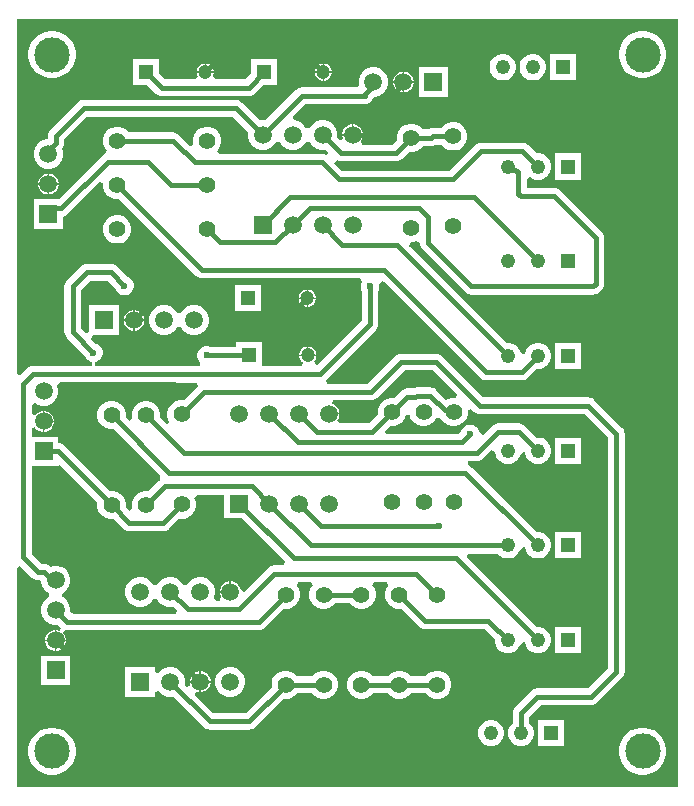
<source format=gbl>
G04*
G04 #@! TF.GenerationSoftware,Altium Limited,Altium Designer,23.0.1 (38)*
G04*
G04 Layer_Physical_Order=2*
G04 Layer_Color=16711680*
%FSLAX25Y25*%
%MOIN*%
G70*
G04*
G04 #@! TF.SameCoordinates,7B218C2A-F859-486B-BE56-2060E057D8DB*
G04*
G04*
G04 #@! TF.FilePolarity,Positive*
G04*
G01*
G75*
%ADD22R,0.04724X0.04724*%
%ADD23C,0.04724*%
%ADD26C,0.01575*%
%ADD27R,0.05906X0.05906*%
%ADD28C,0.05906*%
%ADD29R,0.04795X0.04795*%
%ADD30C,0.04795*%
%ADD31C,0.11811*%
%ADD32C,0.05512*%
%ADD33R,0.05906X0.05906*%
%ADD34C,0.02362*%
G36*
X222441Y1969D02*
X1969D01*
Y75065D01*
X3150Y75554D01*
X7137Y71567D01*
X7712Y71125D01*
X8383Y70847D01*
X9102Y70753D01*
X9944D01*
X10079Y70618D01*
Y70152D01*
X10414Y68901D01*
X11062Y67778D01*
X11978Y66862D01*
X12694Y66449D01*
X12716Y66390D01*
Y65210D01*
X12694Y65151D01*
X11978Y64738D01*
X11062Y63822D01*
X10414Y62700D01*
X10079Y61448D01*
Y60152D01*
X10414Y58900D01*
X11062Y57778D01*
X11978Y56862D01*
X13101Y56214D01*
X14352Y55879D01*
X15648D01*
X15918Y55951D01*
X16885Y54984D01*
X16333Y54017D01*
X15455Y54253D01*
X15250D01*
Y51050D01*
X18453D01*
Y51255D01*
X18217Y52133D01*
X17763Y52920D01*
X17390Y53293D01*
X18059Y54295D01*
X18131Y54265D01*
X18850Y54170D01*
X82654D01*
X83373Y54265D01*
X84043Y54542D01*
X84619Y54984D01*
X90932Y61297D01*
X91067Y61261D01*
X92311D01*
X93512Y61583D01*
X94590Y62204D01*
X95469Y63084D01*
X96091Y64161D01*
X96413Y65363D01*
Y66607D01*
X96091Y67809D01*
X95469Y68886D01*
X95316Y69039D01*
X95805Y70220D01*
X100198D01*
X100687Y69039D01*
X100533Y68886D01*
X99912Y67809D01*
X99590Y66607D01*
Y65363D01*
X99912Y64161D01*
X100533Y63084D01*
X101413Y62204D01*
X102490Y61583D01*
X103692Y61261D01*
X104936D01*
X106138Y61583D01*
X107215Y62204D01*
X108095Y63084D01*
X108164Y63205D01*
X113089D01*
X113159Y63084D01*
X114038Y62204D01*
X115115Y61583D01*
X116317Y61261D01*
X117561D01*
X118763Y61583D01*
X119840Y62204D01*
X120720Y63084D01*
X121341Y64161D01*
X121663Y65363D01*
Y66607D01*
X121341Y67809D01*
X120720Y68886D01*
X120566Y69039D01*
X121055Y70220D01*
X125448D01*
X125937Y69039D01*
X125784Y68886D01*
X125162Y67809D01*
X124840Y66607D01*
Y65363D01*
X125162Y64161D01*
X125784Y63084D01*
X126663Y62204D01*
X127741Y61583D01*
X128942Y61261D01*
X130186D01*
X130321Y61297D01*
X136184Y55435D01*
X136759Y54993D01*
X137430Y54715D01*
X138149Y54620D01*
X158072D01*
X161386Y51306D01*
Y50297D01*
X161683Y49186D01*
X162258Y48191D01*
X163071Y47378D01*
X164067Y46803D01*
X165177Y46505D01*
X166327D01*
X167437Y46803D01*
X168433Y47378D01*
X169246Y48191D01*
X169821Y49186D01*
X169965Y49725D01*
X171114Y50345D01*
X171181Y50348D01*
X171299Y50330D01*
X171421Y50165D01*
X171683Y49186D01*
X172258Y48191D01*
X173071Y47378D01*
X174067Y46803D01*
X175177Y46505D01*
X176327D01*
X177437Y46803D01*
X178433Y47378D01*
X179246Y48191D01*
X179821Y49186D01*
X180118Y50297D01*
Y51446D01*
X179821Y52557D01*
X179246Y53552D01*
X178433Y54365D01*
X177437Y54940D01*
X176327Y55238D01*
X175317D01*
X151982Y78572D01*
X152434Y79663D01*
X162357D01*
X163071Y78949D01*
X164067Y78374D01*
X165177Y78077D01*
X166327D01*
X167437Y78374D01*
X168433Y78949D01*
X169246Y79762D01*
X169821Y80758D01*
X169965Y81297D01*
X171114Y81916D01*
X171181Y81920D01*
X171299Y81902D01*
X171421Y81737D01*
X171683Y80758D01*
X172258Y79762D01*
X173071Y78949D01*
X174067Y78374D01*
X175177Y78077D01*
X176327D01*
X177437Y78374D01*
X178433Y78949D01*
X179246Y79762D01*
X179821Y80758D01*
X180118Y81868D01*
Y83018D01*
X179821Y84128D01*
X179246Y85124D01*
X178433Y85937D01*
X177437Y86512D01*
X176327Y86809D01*
X175317D01*
X153560Y108565D01*
X152985Y109007D01*
X152314Y109285D01*
X152507Y110433D01*
X155313D01*
X156033Y110528D01*
X156703Y110806D01*
X157279Y111248D01*
X160205Y114174D01*
X161386Y113684D01*
Y113440D01*
X161683Y112329D01*
X162258Y111334D01*
X163071Y110521D01*
X164067Y109946D01*
X165177Y109648D01*
X166327D01*
X167437Y109946D01*
X168433Y110521D01*
X169246Y111334D01*
X169821Y112329D01*
X169965Y112868D01*
X171114Y113488D01*
X171181Y113491D01*
X171299Y113473D01*
X171421Y113308D01*
X171683Y112329D01*
X172258Y111334D01*
X173071Y110521D01*
X174067Y109946D01*
X175177Y109648D01*
X176327D01*
X177437Y109946D01*
X178433Y110521D01*
X179246Y111334D01*
X179821Y112329D01*
X180118Y113440D01*
Y114589D01*
X179821Y115700D01*
X179246Y116695D01*
X178433Y117508D01*
X177437Y118083D01*
X176327Y118380D01*
X175317D01*
X171432Y122266D01*
X170856Y122707D01*
X170186Y122985D01*
X169466Y123080D01*
X162400D01*
X161681Y122985D01*
X161010Y122707D01*
X160434Y122266D01*
X157531Y119362D01*
X156350Y119851D01*
Y119915D01*
X156135Y120716D01*
X155720Y121434D01*
X155134Y122020D01*
X154416Y122435D01*
X153615Y122650D01*
X152785D01*
X151984Y122435D01*
X151266Y122020D01*
X150680Y121434D01*
X150265Y120716D01*
X150185Y120416D01*
X149305Y119536D01*
X125268D01*
X124816Y120627D01*
X126369Y122180D01*
X126504Y122144D01*
X127748D01*
X128949Y122466D01*
X130027Y123088D01*
X130906Y123968D01*
X131528Y125045D01*
X131765Y125926D01*
X132987D01*
X133224Y125045D01*
X133845Y123968D01*
X134725Y123088D01*
X135802Y122466D01*
X137004Y122144D01*
X138248D01*
X139450Y122466D01*
X140527Y123088D01*
X141407Y123968D01*
X141893Y124810D01*
X141931Y124850D01*
X142448Y125045D01*
X143103D01*
X143242Y125012D01*
X143845Y123968D01*
X144725Y123088D01*
X145802Y122466D01*
X147004Y122144D01*
X148248D01*
X149450Y122466D01*
X150527Y123088D01*
X151407Y123968D01*
X152028Y125045D01*
X152350Y126247D01*
Y127448D01*
X152452Y127543D01*
X153425Y128044D01*
X154435Y127034D01*
X155010Y126593D01*
X155681Y126315D01*
X156400Y126220D01*
X191449D01*
X199120Y118549D01*
Y41551D01*
X192349Y34780D01*
X175600D01*
X174881Y34685D01*
X174210Y34407D01*
X173635Y33966D01*
X168153Y28484D01*
X167711Y27908D01*
X167433Y27238D01*
X167339Y26518D01*
Y23270D01*
X166624Y22556D01*
X166050Y21560D01*
X165752Y20450D01*
Y19300D01*
X166050Y18190D01*
X166624Y17194D01*
X167437Y16381D01*
X168433Y15806D01*
X169543Y15509D01*
X170693D01*
X171803Y15806D01*
X172799Y16381D01*
X173612Y17194D01*
X174187Y18190D01*
X174484Y19300D01*
Y20450D01*
X174187Y21560D01*
X173612Y22556D01*
X172898Y23270D01*
Y25367D01*
X176751Y29220D01*
X193500D01*
X194219Y29315D01*
X194890Y29593D01*
X195466Y30035D01*
X203866Y38434D01*
X204307Y39010D01*
X204585Y39681D01*
X204680Y40400D01*
Y119700D01*
X204585Y120419D01*
X204307Y121090D01*
X203866Y121666D01*
X194565Y130965D01*
X193990Y131407D01*
X193319Y131685D01*
X192600Y131780D01*
X157551D01*
X143765Y145565D01*
X143190Y146007D01*
X142519Y146285D01*
X141800Y146380D01*
X130200D01*
X129481Y146285D01*
X128810Y146007D01*
X128235Y145565D01*
X119049Y136380D01*
X105401D01*
X104995Y137456D01*
X104992Y137561D01*
X121765Y154334D01*
X122207Y154910D01*
X122485Y155581D01*
X122580Y156300D01*
Y167315D01*
X122735Y167584D01*
X122950Y168385D01*
Y169215D01*
X122940Y169249D01*
X123670Y170521D01*
X123762Y170572D01*
X124139Y170630D01*
X156334Y138435D01*
X156910Y137993D01*
X157581Y137715D01*
X158300Y137620D01*
X170566D01*
X171286Y137715D01*
X171956Y137993D01*
X172532Y138435D01*
X175317Y141220D01*
X176327D01*
X177437Y141517D01*
X178433Y142092D01*
X179246Y142905D01*
X179821Y143901D01*
X180118Y145011D01*
Y146161D01*
X179821Y147271D01*
X179246Y148267D01*
X178433Y149080D01*
X177437Y149654D01*
X176327Y149952D01*
X175177D01*
X174067Y149654D01*
X173071Y149080D01*
X172258Y148267D01*
X171683Y147271D01*
X171421Y146292D01*
X171299Y146127D01*
X171181Y146109D01*
X171114Y146112D01*
X169965Y146732D01*
X169821Y147271D01*
X169246Y148267D01*
X168433Y149080D01*
X167437Y149654D01*
X166327Y149952D01*
X165317D01*
X132872Y182397D01*
X133364Y183576D01*
X134122D01*
X135139Y183848D01*
X135853Y183517D01*
X136344Y183123D01*
X136415Y182581D01*
X136693Y181910D01*
X137135Y181334D01*
X151635Y166834D01*
X152210Y166393D01*
X152881Y166115D01*
X153600Y166020D01*
X194078D01*
X194797Y166115D01*
X195467Y166393D01*
X196043Y166834D01*
X196966Y167757D01*
X197407Y168333D01*
X197685Y169003D01*
X197780Y169722D01*
Y184800D01*
X197685Y185519D01*
X197407Y186190D01*
X196966Y186766D01*
X182966Y200765D01*
X182390Y201207D01*
X181719Y201485D01*
X181000Y201580D01*
X171982D01*
Y204653D01*
X172773Y205076D01*
X173163Y205182D01*
X174067Y204660D01*
X175177Y204363D01*
X176327D01*
X177437Y204660D01*
X178433Y205235D01*
X179246Y206048D01*
X179821Y207043D01*
X180118Y208154D01*
Y209303D01*
X179821Y210414D01*
X179246Y211409D01*
X178433Y212222D01*
X177437Y212797D01*
X176327Y213095D01*
X175317D01*
X172546Y215865D01*
X171970Y216307D01*
X171300Y216585D01*
X170581Y216680D01*
X156800D01*
X156081Y216585D01*
X155410Y216307D01*
X154834Y215865D01*
X146249Y207280D01*
X110551D01*
X107923Y209908D01*
X108704Y210798D01*
X108710Y210793D01*
X109381Y210515D01*
X110100Y210420D01*
X128400D01*
X129119Y210515D01*
X129790Y210793D01*
X130366Y211234D01*
X132743Y213612D01*
X132878Y213576D01*
X134122D01*
X135324Y213898D01*
X136401Y214520D01*
X137280Y215399D01*
X137350Y215520D01*
X140200D01*
X140919Y215615D01*
X141590Y215893D01*
X141756Y216020D01*
X143650D01*
X143719Y215899D01*
X144599Y215019D01*
X145676Y214398D01*
X146878Y214076D01*
X148122D01*
X149324Y214398D01*
X150401Y215019D01*
X151280Y215899D01*
X151902Y216976D01*
X152224Y218178D01*
Y219422D01*
X151902Y220623D01*
X151280Y221701D01*
X150401Y222581D01*
X149324Y223202D01*
X148122Y223524D01*
X146878D01*
X145676Y223202D01*
X144599Y222581D01*
X143719Y221701D01*
X143650Y221580D01*
X140700D01*
X139981Y221485D01*
X139310Y221207D01*
X139144Y221080D01*
X137350D01*
X137280Y221201D01*
X136401Y222080D01*
X135324Y222702D01*
X134122Y223024D01*
X132878D01*
X131676Y222702D01*
X130599Y222080D01*
X129719Y221201D01*
X129098Y220124D01*
X128776Y218922D01*
Y217678D01*
X128812Y217543D01*
X127249Y215980D01*
X117233D01*
X116744Y217161D01*
X116763Y217180D01*
X117218Y217967D01*
X117453Y218845D01*
Y219050D01*
X114000D01*
X110547D01*
Y218845D01*
X110727Y218174D01*
X110268Y217728D01*
X109745Y217486D01*
X108849Y218382D01*
X108921Y218652D01*
Y219948D01*
X108586Y221199D01*
X107938Y222322D01*
X107022Y223238D01*
X105900Y223886D01*
X104648Y224221D01*
X103352D01*
X102101Y223886D01*
X100978Y223238D01*
X100062Y222322D01*
X99649Y221606D01*
X99590Y221584D01*
X98410D01*
X98351Y221606D01*
X97938Y222322D01*
X97022Y223238D01*
X95899Y223886D01*
X94648Y224221D01*
X94523D01*
X94033Y225402D01*
X98155Y229524D01*
X118004D01*
X118723Y229619D01*
X119394Y229897D01*
X119969Y230339D01*
X120411Y230914D01*
X120689Y231585D01*
X120689Y231586D01*
X121082Y231979D01*
X121548D01*
X122800Y232314D01*
X123922Y232962D01*
X124838Y233878D01*
X125486Y235000D01*
X125821Y236252D01*
Y237548D01*
X125486Y238800D01*
X124838Y239922D01*
X123922Y240838D01*
X122800Y241486D01*
X121548Y241821D01*
X120252D01*
X119000Y241486D01*
X117878Y240838D01*
X116962Y239922D01*
X116314Y238800D01*
X115979Y237548D01*
Y236252D01*
X116041Y236021D01*
X115322Y235084D01*
X97004D01*
X96285Y234989D01*
X95614Y234711D01*
X95038Y234269D01*
X84918Y224149D01*
X84648Y224221D01*
X83352D01*
X83082Y224149D01*
X77166Y230065D01*
X76590Y230507D01*
X75919Y230785D01*
X75200Y230880D01*
X24300D01*
X23581Y230785D01*
X22910Y230507D01*
X22334Y230065D01*
X13200Y220931D01*
X12758Y220355D01*
X12480Y219685D01*
X12385Y218965D01*
Y217821D01*
X11952D01*
X10701Y217486D01*
X9578Y216838D01*
X8662Y215922D01*
X8014Y214799D01*
X7679Y213548D01*
Y212252D01*
X8014Y211000D01*
X8662Y209878D01*
X9578Y208962D01*
X10701Y208314D01*
X11952Y207979D01*
X13248D01*
X14500Y208314D01*
X15622Y208962D01*
X16538Y209878D01*
X17186Y211000D01*
X17521Y212252D01*
Y213548D01*
X17197Y214758D01*
X17572Y215247D01*
X17850Y215917D01*
X17945Y216637D01*
Y217814D01*
X25451Y225320D01*
X74049D01*
X79151Y220218D01*
X79079Y219948D01*
Y218652D01*
X79414Y217401D01*
X80062Y216278D01*
X80978Y215362D01*
X82100Y214714D01*
X83352Y214379D01*
X84648D01*
X85900Y214714D01*
X87022Y215362D01*
X87938Y216278D01*
X88351Y216993D01*
X88410Y217016D01*
X89590D01*
X89649Y216993D01*
X90062Y216278D01*
X90978Y215362D01*
X92101Y214714D01*
X93352Y214379D01*
X94648D01*
X95899Y214714D01*
X97022Y215362D01*
X97938Y216278D01*
X98351Y216993D01*
X98410Y217016D01*
X99590D01*
X99649Y216993D01*
X100062Y216278D01*
X100978Y215362D01*
X102101Y214714D01*
X103352Y214379D01*
X104648D01*
X104918Y214451D01*
X105977Y213392D01*
X105196Y212502D01*
X105190Y212507D01*
X104519Y212785D01*
X103800Y212880D01*
X69431D01*
X68942Y214061D01*
X69280Y214399D01*
X69902Y215476D01*
X70224Y216678D01*
Y217922D01*
X69902Y219124D01*
X69280Y220201D01*
X68401Y221080D01*
X67324Y221702D01*
X66122Y222024D01*
X64878D01*
X63676Y221702D01*
X62599Y221080D01*
X61720Y220201D01*
X61098Y219124D01*
X60776Y217922D01*
Y216678D01*
X60941Y216060D01*
X59882Y215449D01*
X56065Y219266D01*
X55490Y219707D01*
X54819Y219985D01*
X54100Y220080D01*
X39350D01*
X39281Y220201D01*
X38401Y221080D01*
X37324Y221702D01*
X36122Y222024D01*
X34878D01*
X33676Y221702D01*
X32599Y221080D01*
X31719Y220201D01*
X31098Y219124D01*
X30776Y217922D01*
Y216678D01*
X31098Y215476D01*
X31719Y214399D01*
X31989Y214130D01*
X31581Y212885D01*
X30910Y212607D01*
X30334Y212165D01*
X15990Y197821D01*
X7679D01*
Y187979D01*
X17521D01*
Y192057D01*
X17568Y192063D01*
X18238Y192341D01*
X18814Y192783D01*
X29681Y203650D01*
X30538Y203276D01*
X30776Y203074D01*
Y201928D01*
X31098Y200726D01*
X31719Y199649D01*
X32599Y198769D01*
X33676Y198148D01*
X34878Y197826D01*
X36122D01*
X36257Y197862D01*
X61884Y172234D01*
X62460Y171793D01*
X63131Y171515D01*
X63850Y171420D01*
X116382D01*
X116994Y170239D01*
X116865Y170016D01*
X116650Y169215D01*
Y168385D01*
X116865Y167584D01*
X117020Y167315D01*
Y157451D01*
X102160Y142591D01*
X101627Y142677D01*
X101219Y143940D01*
X101322Y144043D01*
X101699Y144695D01*
X101894Y145423D01*
Y145550D01*
X96169D01*
Y145423D01*
X96364Y144695D01*
X96741Y144043D01*
X97274Y143510D01*
X97359Y143461D01*
X97042Y142280D01*
X83677D01*
Y150131D01*
X75016D01*
Y148580D01*
X66839D01*
X66570Y148735D01*
X65769Y148950D01*
X64940D01*
X64139Y148735D01*
X63420Y148320D01*
X62834Y147734D01*
X62419Y147016D01*
X62205Y146215D01*
Y145385D01*
X62419Y144584D01*
X62834Y143866D01*
X63239Y143461D01*
X63078Y142717D01*
X62812Y142280D01*
X56067D01*
X56033Y142294D01*
X55313Y142388D01*
X28061D01*
X28015Y143550D01*
X28318Y143632D01*
X28816Y143765D01*
X29534Y144180D01*
X30120Y144766D01*
X30535Y145484D01*
X30750Y146285D01*
Y147115D01*
X30535Y147916D01*
X30120Y148634D01*
X29534Y149220D01*
X28816Y149635D01*
X28516Y149715D01*
X26833Y151399D01*
X27322Y152579D01*
X36039D01*
Y162422D01*
X26197D01*
Y153704D01*
X25016Y153215D01*
X23480Y154751D01*
Y167649D01*
X26551Y170720D01*
X32249D01*
X34885Y168084D01*
X34965Y167784D01*
X35380Y167066D01*
X35966Y166480D01*
X36684Y166065D01*
X37485Y165850D01*
X38315D01*
X39116Y166065D01*
X39834Y166480D01*
X40420Y167066D01*
X40835Y167784D01*
X41050Y168585D01*
Y169415D01*
X40835Y170216D01*
X40420Y170934D01*
X39834Y171520D01*
X39116Y171935D01*
X38816Y172015D01*
X35366Y175466D01*
X34790Y175907D01*
X34119Y176185D01*
X33400Y176280D01*
X25400D01*
X24681Y176185D01*
X24010Y175907D01*
X23435Y175466D01*
X18734Y170765D01*
X18293Y170190D01*
X18015Y169519D01*
X17920Y168800D01*
Y153600D01*
X18015Y152881D01*
X18293Y152210D01*
X18734Y151635D01*
X24585Y145784D01*
X24665Y145484D01*
X25080Y144766D01*
X25666Y144180D01*
X26384Y143765D01*
X26882Y143632D01*
X27185Y143550D01*
X27139Y142388D01*
X7735D01*
X7016Y142294D01*
X6788Y142199D01*
X6681Y142185D01*
X6010Y141907D01*
X5435Y141465D01*
X3150Y139181D01*
X1969Y139670D01*
Y257874D01*
X222441D01*
Y1969D01*
D02*
G37*
G36*
X148802Y132668D02*
X148301Y131695D01*
X148206Y131593D01*
X147004D01*
X145802Y131271D01*
X145262Y130959D01*
X141875Y134346D01*
X141299Y134788D01*
X140629Y135065D01*
X139909Y135160D01*
X135343D01*
X134624Y135065D01*
X133953Y134788D01*
X133886Y134736D01*
X132214D01*
X131495Y134642D01*
X130824Y134364D01*
X130249Y133922D01*
X127883Y131557D01*
X127748Y131593D01*
X126504D01*
X125302Y131271D01*
X124225Y130649D01*
X123345Y129770D01*
X122724Y128692D01*
X122402Y127491D01*
Y126247D01*
X122438Y126111D01*
X119406Y123080D01*
X109396D01*
X108889Y124243D01*
X109344Y125030D01*
X109579Y125908D01*
Y126113D01*
X106126D01*
Y126613D01*
X109579D01*
Y126818D01*
X109344Y127696D01*
X108889Y128483D01*
X108246Y129126D01*
X107459Y129580D01*
X107239Y129639D01*
X107395Y130820D01*
X120200D01*
X120919Y130915D01*
X121590Y131193D01*
X122166Y131634D01*
X131351Y140820D01*
X140649D01*
X148802Y132668D01*
D02*
G37*
G36*
X54703Y136815D02*
X55422Y136720D01*
X62099D01*
X62505Y135644D01*
X62508Y135539D01*
X57757Y130788D01*
X57622Y130824D01*
X56378D01*
X55176Y130502D01*
X54099Y129880D01*
X53219Y129001D01*
X52597Y127924D01*
X52276Y126722D01*
Y125478D01*
X52597Y124276D01*
X52985Y123606D01*
X52040Y122880D01*
X49814Y125106D01*
X49850Y125241D01*
Y126485D01*
X49528Y127687D01*
X48906Y128764D01*
X48027Y129643D01*
X46949Y130265D01*
X45748Y130587D01*
X44504D01*
X43302Y130265D01*
X42225Y129643D01*
X41346Y128764D01*
X40724Y127687D01*
X40402Y126485D01*
Y125241D01*
X40604Y124487D01*
X39545Y123875D01*
X38314Y125106D01*
X38350Y125241D01*
Y126485D01*
X38028Y127687D01*
X37407Y128764D01*
X36527Y129643D01*
X35449Y130265D01*
X34248Y130587D01*
X33004D01*
X31802Y130265D01*
X30725Y129643D01*
X29845Y128764D01*
X29224Y127687D01*
X28902Y126485D01*
Y125241D01*
X29224Y124039D01*
X29845Y122962D01*
X30725Y122082D01*
X31802Y121461D01*
X33004Y121139D01*
X34248D01*
X34383Y121175D01*
X49831Y105727D01*
X49874Y105356D01*
X49638Y104250D01*
X49398Y104066D01*
X45883Y100551D01*
X45748Y100587D01*
X44504D01*
X43302Y100265D01*
X42225Y99643D01*
X41346Y98764D01*
X40724Y97686D01*
X40402Y96485D01*
Y95241D01*
X40604Y94487D01*
X39545Y93875D01*
X38314Y95106D01*
X38350Y95241D01*
Y96485D01*
X38028Y97686D01*
X37407Y98764D01*
X36527Y99643D01*
X35449Y100265D01*
X34248Y100587D01*
X33004D01*
X32869Y100551D01*
X17654Y115766D01*
X17079Y116207D01*
X16408Y116485D01*
X15921Y116549D01*
Y118721D01*
X6980D01*
Y121496D01*
X8161Y121812D01*
X8237Y121680D01*
X8880Y121037D01*
X9667Y120582D01*
X10545Y120347D01*
X10750D01*
Y123800D01*
Y127253D01*
X10545D01*
X9667Y127017D01*
X8880Y126563D01*
X8237Y125920D01*
X8161Y125788D01*
X6980Y126104D01*
Y129190D01*
X7502Y129541D01*
X8161Y129757D01*
X9100Y129214D01*
X10352Y128879D01*
X11648D01*
X12900Y129214D01*
X14022Y129862D01*
X14938Y130778D01*
X15586Y131901D01*
X15921Y133152D01*
Y134448D01*
X15600Y135648D01*
X15589Y135704D01*
X16298Y136829D01*
X54669D01*
X54703Y136815D01*
D02*
G37*
G36*
X28938Y96620D02*
X28902Y96485D01*
Y95241D01*
X29224Y94039D01*
X29845Y92962D01*
X30725Y92083D01*
X31802Y91461D01*
X33004Y91139D01*
X34248D01*
X34383Y91175D01*
X37523Y88034D01*
X38099Y87593D01*
X38770Y87315D01*
X39489Y87220D01*
X50900D01*
X51619Y87315D01*
X52290Y87593D01*
X52865Y88034D01*
X56243Y91412D01*
X56378Y91376D01*
X57622D01*
X58824Y91698D01*
X59901Y92320D01*
X60780Y93199D01*
X61402Y94276D01*
X61724Y95478D01*
Y96722D01*
X61402Y97923D01*
X61278Y98139D01*
X61960Y99320D01*
X71205D01*
Y91442D01*
X77116D01*
X91597Y76961D01*
X91108Y75780D01*
X87800D01*
X87081Y75685D01*
X86410Y75407D01*
X85834Y74966D01*
X77823Y66954D01*
X76642Y67440D01*
X76406Y68318D01*
X75952Y69105D01*
X75309Y69748D01*
X74522Y70202D01*
X73644Y70438D01*
X73439D01*
Y66985D01*
X73189D01*
Y66735D01*
X69736D01*
Y66530D01*
X69972Y65652D01*
X70255Y65161D01*
X69906Y64278D01*
X69641Y63980D01*
X68431D01*
X67784Y64940D01*
X67795Y65161D01*
X68110Y66337D01*
Y67633D01*
X67775Y68884D01*
X67127Y70007D01*
X66211Y70923D01*
X65088Y71571D01*
X63837Y71906D01*
X62541D01*
X61290Y71571D01*
X60167Y70923D01*
X59251Y70007D01*
X58838Y69292D01*
X58779Y69269D01*
X57599D01*
X57540Y69292D01*
X57127Y70007D01*
X56211Y70923D01*
X55089Y71571D01*
X53837Y71906D01*
X52541D01*
X51289Y71571D01*
X50167Y70923D01*
X49251Y70007D01*
X48838Y69292D01*
X48779Y69269D01*
X47599D01*
X47540Y69292D01*
X47127Y70007D01*
X46211Y70923D01*
X45088Y71571D01*
X43837Y71906D01*
X42541D01*
X41289Y71571D01*
X40167Y70923D01*
X39251Y70007D01*
X38603Y68884D01*
X38268Y67633D01*
Y66337D01*
X38603Y65086D01*
X39251Y63963D01*
X40167Y63047D01*
X41289Y62399D01*
X42541Y62064D01*
X43837D01*
X45088Y62399D01*
X46211Y63047D01*
X47127Y63963D01*
X47540Y64679D01*
X47599Y64701D01*
X48779D01*
X48838Y64679D01*
X49251Y63963D01*
X50167Y63047D01*
X51289Y62399D01*
X52541Y62064D01*
X53837D01*
X54107Y62136D01*
X55423Y60821D01*
X54971Y59729D01*
X21031D01*
X19921Y60152D01*
Y61448D01*
X19586Y62700D01*
X18938Y63822D01*
X18022Y64738D01*
X17307Y65151D01*
X17284Y65210D01*
Y66390D01*
X17307Y66449D01*
X18022Y66862D01*
X18938Y67778D01*
X19586Y68901D01*
X19921Y70152D01*
Y71448D01*
X19586Y72699D01*
X18938Y73822D01*
X18022Y74738D01*
X16899Y75386D01*
X15648Y75721D01*
X14352D01*
X13158Y75401D01*
X13061Y75498D01*
X12486Y75940D01*
X11815Y76217D01*
X11096Y76312D01*
X10254D01*
X6980Y79586D01*
Y108879D01*
X15921D01*
Y108879D01*
X16457Y109101D01*
X28938Y96620D01*
D02*
G37*
%LPC*%
G36*
X104645Y243040D02*
X104518D01*
Y240428D01*
X107130D01*
Y240555D01*
X106935Y241283D01*
X106558Y241935D01*
X106025Y242468D01*
X105373Y242845D01*
X104645Y243040D01*
D02*
G37*
G36*
X104018D02*
X103891D01*
X103163Y242845D01*
X102510Y242468D01*
X101978Y241935D01*
X101601Y241283D01*
X101406Y240555D01*
Y240428D01*
X104018D01*
Y243040D01*
D02*
G37*
G36*
X65275D02*
X65148D01*
Y240428D01*
X67760D01*
Y240555D01*
X67565Y241283D01*
X67188Y241935D01*
X66655Y242468D01*
X66003Y242845D01*
X65275Y243040D01*
D02*
G37*
G36*
X64648D02*
X64521D01*
X63793Y242845D01*
X63140Y242468D01*
X62608Y241935D01*
X62231Y241283D01*
X62036Y240555D01*
Y240428D01*
X64648D01*
Y243040D01*
D02*
G37*
G36*
X211405Y253937D02*
X209854D01*
X208333Y253634D01*
X206900Y253041D01*
X205610Y252179D01*
X204514Y251082D01*
X203652Y249793D01*
X203059Y248360D01*
X202756Y246838D01*
Y245287D01*
X203059Y243766D01*
X203652Y242333D01*
X204514Y241044D01*
X205610Y239947D01*
X206900Y239085D01*
X208333Y238492D01*
X209854Y238189D01*
X211405D01*
X212927Y238492D01*
X214360Y239085D01*
X215649Y239947D01*
X216746Y241044D01*
X217608Y242333D01*
X218201Y243766D01*
X218504Y245287D01*
Y246838D01*
X218201Y248360D01*
X217608Y249793D01*
X216746Y251082D01*
X215649Y252179D01*
X214360Y253041D01*
X212927Y253634D01*
X211405Y253937D01*
D02*
G37*
G36*
X14555D02*
X13004D01*
X11483Y253634D01*
X10050Y253041D01*
X8760Y252179D01*
X7663Y251082D01*
X6802Y249793D01*
X6208Y248360D01*
X5906Y246838D01*
Y245287D01*
X6208Y243766D01*
X6802Y242333D01*
X7663Y241044D01*
X8760Y239947D01*
X10050Y239085D01*
X11483Y238492D01*
X13004Y238189D01*
X14555D01*
X16076Y238492D01*
X17509Y239085D01*
X18799Y239947D01*
X19896Y241044D01*
X20757Y242333D01*
X21351Y243766D01*
X21654Y245287D01*
Y246838D01*
X21351Y248360D01*
X20757Y249793D01*
X19896Y251082D01*
X18799Y252179D01*
X17509Y253041D01*
X16076Y253634D01*
X14555Y253937D01*
D02*
G37*
G36*
X88913Y244509D02*
X80252D01*
Y239778D01*
X78253Y237780D01*
X68145D01*
X67500Y238961D01*
X67565Y239073D01*
X67760Y239801D01*
Y239928D01*
X62036D01*
Y239801D01*
X62231Y239073D01*
X62296Y238961D01*
X61650Y237780D01*
X51542D01*
X49543Y239778D01*
Y244509D01*
X40882D01*
Y235847D01*
X45612D01*
X48425Y233034D01*
X49001Y232593D01*
X49671Y232315D01*
X50391Y232220D01*
X79405D01*
X80124Y232315D01*
X80794Y232593D01*
X81370Y233034D01*
X84183Y235847D01*
X88913D01*
Y244509D01*
D02*
G37*
G36*
X188366Y246166D02*
X179634D01*
Y237434D01*
X188366D01*
Y246166D01*
D02*
G37*
G36*
X174575D02*
X173425D01*
X172315Y245869D01*
X171319Y245294D01*
X170506Y244481D01*
X169931Y243485D01*
X169634Y242375D01*
Y241225D01*
X169931Y240115D01*
X170506Y239119D01*
X171319Y238306D01*
X172315Y237731D01*
X173425Y237434D01*
X174575D01*
X175685Y237731D01*
X176681Y238306D01*
X177494Y239119D01*
X178069Y240115D01*
X178366Y241225D01*
Y242375D01*
X178069Y243485D01*
X177494Y244481D01*
X176681Y245294D01*
X175685Y245869D01*
X174575Y246166D01*
D02*
G37*
G36*
X164575D02*
X163425D01*
X162315Y245869D01*
X161319Y245294D01*
X160506Y244481D01*
X159931Y243485D01*
X159634Y242375D01*
Y241225D01*
X159931Y240115D01*
X160506Y239119D01*
X161319Y238306D01*
X162315Y237731D01*
X163425Y237434D01*
X164575D01*
X165685Y237731D01*
X166681Y238306D01*
X167494Y239119D01*
X168069Y240115D01*
X168366Y241225D01*
Y242375D01*
X168069Y243485D01*
X167494Y244481D01*
X166681Y245294D01*
X165685Y245869D01*
X164575Y246166D01*
D02*
G37*
G36*
X107130Y239928D02*
X104518D01*
Y237316D01*
X104645D01*
X105373Y237511D01*
X106025Y237888D01*
X106558Y238421D01*
X106935Y239073D01*
X107130Y239801D01*
Y239928D01*
D02*
G37*
G36*
X104018D02*
X101406D01*
Y239801D01*
X101601Y239073D01*
X101978Y238421D01*
X102510Y237888D01*
X103163Y237511D01*
X103891Y237316D01*
X104018D01*
Y239928D01*
D02*
G37*
G36*
X131355Y240353D02*
X131150D01*
Y237150D01*
X134353D01*
Y237355D01*
X134117Y238233D01*
X133663Y239020D01*
X133020Y239663D01*
X132233Y240118D01*
X131355Y240353D01*
D02*
G37*
G36*
X130650D02*
X130445D01*
X129567Y240118D01*
X128780Y239663D01*
X128137Y239020D01*
X127682Y238233D01*
X127447Y237355D01*
Y237150D01*
X130650D01*
Y240353D01*
D02*
G37*
G36*
X134353Y236650D02*
X131150D01*
Y233447D01*
X131355D01*
X132233Y233682D01*
X133020Y234137D01*
X133663Y234780D01*
X134117Y235567D01*
X134353Y236445D01*
Y236650D01*
D02*
G37*
G36*
X130650D02*
X127447D01*
Y236445D01*
X127682Y235567D01*
X128137Y234780D01*
X128780Y234137D01*
X129567Y233682D01*
X130445Y233447D01*
X130650D01*
Y236650D01*
D02*
G37*
G36*
X145821Y241821D02*
X135979D01*
Y231979D01*
X145821D01*
Y241821D01*
D02*
G37*
G36*
X114455Y222753D02*
X114250D01*
Y219550D01*
X117453D01*
Y219755D01*
X117218Y220633D01*
X116763Y221420D01*
X116120Y222063D01*
X115333Y222517D01*
X114455Y222753D01*
D02*
G37*
G36*
X113750D02*
X113545D01*
X112667Y222517D01*
X111880Y222063D01*
X111237Y221420D01*
X110783Y220633D01*
X110547Y219755D01*
Y219550D01*
X113750D01*
Y222753D01*
D02*
G37*
G36*
X190118Y213095D02*
X181386D01*
Y204363D01*
X190118D01*
Y213095D01*
D02*
G37*
G36*
X13055Y206353D02*
X12850D01*
Y203150D01*
X16053D01*
Y203355D01*
X15817Y204233D01*
X15363Y205020D01*
X14720Y205663D01*
X13933Y206118D01*
X13055Y206353D01*
D02*
G37*
G36*
X12350D02*
X12145D01*
X11267Y206118D01*
X10480Y205663D01*
X9837Y205020D01*
X9383Y204233D01*
X9147Y203355D01*
Y203150D01*
X12350D01*
Y206353D01*
D02*
G37*
G36*
X16053Y202650D02*
X12850D01*
Y199447D01*
X13055D01*
X13933Y199682D01*
X14720Y200137D01*
X15363Y200780D01*
X15817Y201567D01*
X16053Y202445D01*
Y202650D01*
D02*
G37*
G36*
X12350D02*
X9147D01*
Y202445D01*
X9383Y201567D01*
X9837Y200780D01*
X10480Y200137D01*
X11267Y199682D01*
X12145Y199447D01*
X12350D01*
Y202650D01*
D02*
G37*
G36*
X36122Y192524D02*
X34878D01*
X33676Y192202D01*
X32599Y191580D01*
X31719Y190701D01*
X31098Y189624D01*
X30776Y188422D01*
Y187178D01*
X31098Y185976D01*
X31719Y184899D01*
X32599Y184019D01*
X33676Y183398D01*
X34878Y183076D01*
X36122D01*
X37324Y183398D01*
X38401Y184019D01*
X39281Y184899D01*
X39902Y185976D01*
X40224Y187178D01*
Y188422D01*
X39902Y189624D01*
X39281Y190701D01*
X38401Y191580D01*
X37324Y192202D01*
X36122Y192524D01*
D02*
G37*
G36*
X99251Y167662D02*
X99124D01*
Y165050D01*
X101736D01*
Y165177D01*
X101541Y165905D01*
X101164Y166557D01*
X100631Y167090D01*
X99979Y167467D01*
X99251Y167662D01*
D02*
G37*
G36*
X98624D02*
X98497D01*
X97769Y167467D01*
X97117Y167090D01*
X96584Y166557D01*
X96207Y165905D01*
X96012Y165177D01*
Y165050D01*
X98624D01*
Y167662D01*
D02*
G37*
G36*
X101736Y164550D02*
X99124D01*
Y161938D01*
X99251D01*
X99979Y162133D01*
X100631Y162510D01*
X101164Y163043D01*
X101541Y163695D01*
X101736Y164423D01*
Y164550D01*
D02*
G37*
G36*
X98624D02*
X96012D01*
Y164423D01*
X96207Y163695D01*
X96584Y163043D01*
X97117Y162510D01*
X97769Y162133D01*
X98497Y161938D01*
X98624D01*
Y164550D01*
D02*
G37*
G36*
X83520Y169131D02*
X74858D01*
Y160469D01*
X83520D01*
Y169131D01*
D02*
G37*
G36*
X61766Y162422D02*
X60470D01*
X59219Y162087D01*
X58096Y161439D01*
X57180Y160522D01*
X56767Y159807D01*
X56708Y159784D01*
X55529D01*
X55469Y159807D01*
X55056Y160522D01*
X54140Y161439D01*
X53018Y162087D01*
X51766Y162422D01*
X50470D01*
X49219Y162087D01*
X48096Y161439D01*
X47180Y160522D01*
X46532Y159400D01*
X46197Y158149D01*
Y156853D01*
X46532Y155601D01*
X47180Y154479D01*
X48096Y153563D01*
X49219Y152915D01*
X50470Y152579D01*
X51766D01*
X53018Y152915D01*
X54140Y153563D01*
X55056Y154479D01*
X55469Y155194D01*
X55529Y155217D01*
X56708D01*
X56767Y155194D01*
X57180Y154479D01*
X58096Y153563D01*
X59219Y152915D01*
X60470Y152579D01*
X61766D01*
X63018Y152915D01*
X64140Y153563D01*
X65056Y154479D01*
X65704Y155601D01*
X66039Y156853D01*
Y158149D01*
X65704Y159400D01*
X65056Y160522D01*
X64140Y161439D01*
X63018Y162087D01*
X61766Y162422D01*
D02*
G37*
G36*
X41573Y160953D02*
X41368D01*
Y157751D01*
X44571D01*
Y157955D01*
X44336Y158834D01*
X43881Y159621D01*
X43238Y160264D01*
X42451Y160718D01*
X41573Y160953D01*
D02*
G37*
G36*
X40868D02*
X40664D01*
X39786Y160718D01*
X38998Y160264D01*
X38355Y159621D01*
X37901Y158834D01*
X37665Y157955D01*
Y157751D01*
X40868D01*
Y160953D01*
D02*
G37*
G36*
X44571Y157251D02*
X41368D01*
Y154048D01*
X41573D01*
X42451Y154283D01*
X43238Y154738D01*
X43881Y155381D01*
X44336Y156168D01*
X44571Y157046D01*
Y157251D01*
D02*
G37*
G36*
X40868D02*
X37665D01*
Y157046D01*
X37901Y156168D01*
X38355Y155381D01*
X38998Y154738D01*
X39786Y154283D01*
X40664Y154048D01*
X40868D01*
Y157251D01*
D02*
G37*
G36*
X99408Y148662D02*
X99282D01*
Y146050D01*
X101894D01*
Y146177D01*
X101699Y146905D01*
X101322Y147557D01*
X100789Y148090D01*
X100136Y148467D01*
X99408Y148662D01*
D02*
G37*
G36*
X98782D02*
X98655D01*
X97927Y148467D01*
X97274Y148090D01*
X96741Y147557D01*
X96364Y146905D01*
X96169Y146177D01*
Y146050D01*
X98782D01*
Y148662D01*
D02*
G37*
G36*
X190118Y149952D02*
X181386D01*
Y141220D01*
X190118D01*
Y149952D01*
D02*
G37*
G36*
Y118380D02*
X181386D01*
Y109648D01*
X190118D01*
Y118380D01*
D02*
G37*
G36*
Y86809D02*
X181386D01*
Y78077D01*
X190118D01*
Y86809D01*
D02*
G37*
G36*
X14750Y54253D02*
X14545D01*
X13667Y54017D01*
X12880Y53563D01*
X12237Y52920D01*
X11783Y52133D01*
X11547Y51255D01*
Y51050D01*
X14750D01*
Y54253D01*
D02*
G37*
G36*
X18453Y50550D02*
X15250D01*
Y47347D01*
X15455D01*
X16333Y47583D01*
X17120Y48037D01*
X17763Y48680D01*
X18217Y49467D01*
X18453Y50345D01*
Y50550D01*
D02*
G37*
G36*
X14750D02*
X11547D01*
Y50345D01*
X11783Y49467D01*
X12237Y48680D01*
X12880Y48037D01*
X13667Y47583D01*
X14545Y47347D01*
X14750D01*
Y50550D01*
D02*
G37*
G36*
X190118Y55238D02*
X181386D01*
Y46505D01*
X190118D01*
Y55238D01*
D02*
G37*
G36*
X53837Y41906D02*
X52541D01*
X51289Y41571D01*
X50167Y40923D01*
X49291Y40047D01*
X49105Y40056D01*
X48110Y40393D01*
Y41906D01*
X38268D01*
Y32064D01*
X48110D01*
Y33577D01*
X49105Y33914D01*
X49291Y33923D01*
X50167Y33047D01*
X51289Y32399D01*
X52541Y32064D01*
X53837D01*
X54107Y32136D01*
X64408Y21835D01*
X64984Y21393D01*
X65655Y21115D01*
X66374Y21020D01*
X79504D01*
X80223Y21115D01*
X80894Y21393D01*
X81470Y21835D01*
X90932Y31297D01*
X91067Y31261D01*
X92311D01*
X93512Y31583D01*
X94590Y32204D01*
X95469Y33084D01*
X95539Y33205D01*
X100464D01*
X100533Y33084D01*
X101413Y32204D01*
X102490Y31583D01*
X103692Y31261D01*
X104936D01*
X106138Y31583D01*
X107215Y32204D01*
X108095Y33084D01*
X108716Y34161D01*
X109038Y35363D01*
Y36607D01*
X108716Y37809D01*
X108095Y38886D01*
X107215Y39766D01*
X106138Y40387D01*
X104936Y40709D01*
X103692D01*
X102490Y40387D01*
X101413Y39766D01*
X100533Y38886D01*
X100464Y38765D01*
X95539D01*
X95469Y38886D01*
X94590Y39766D01*
X93512Y40387D01*
X92311Y40709D01*
X91067D01*
X89865Y40387D01*
X88788Y39766D01*
X87909Y38886D01*
X87287Y37809D01*
X86965Y36607D01*
Y35363D01*
X87001Y35228D01*
X78353Y26580D01*
X67525D01*
X61375Y32730D01*
X61617Y33253D01*
X62063Y33712D01*
X62734Y33532D01*
X62939D01*
Y36735D01*
X59736D01*
Y36530D01*
X59916Y35859D01*
X59457Y35414D01*
X58934Y35171D01*
X58038Y36067D01*
X58110Y36337D01*
Y37633D01*
X57775Y38884D01*
X57127Y40007D01*
X56211Y40923D01*
X55089Y41571D01*
X53837Y41906D01*
D02*
G37*
G36*
X142811Y40709D02*
X141567D01*
X140366Y40387D01*
X139288Y39766D01*
X138409Y38886D01*
X138339Y38765D01*
X133414D01*
X133344Y38886D01*
X132465Y39766D01*
X131388Y40387D01*
X130186Y40709D01*
X128942D01*
X127741Y40387D01*
X126663Y39766D01*
X125784Y38886D01*
X125714Y38765D01*
X120789D01*
X120720Y38886D01*
X119840Y39766D01*
X118763Y40387D01*
X117561Y40709D01*
X116317D01*
X115115Y40387D01*
X114038Y39766D01*
X113159Y38886D01*
X112537Y37809D01*
X112215Y36607D01*
Y35363D01*
X112537Y34161D01*
X113159Y33084D01*
X114038Y32204D01*
X115115Y31583D01*
X116317Y31261D01*
X117561D01*
X118763Y31583D01*
X119840Y32204D01*
X120720Y33084D01*
X120789Y33205D01*
X125714D01*
X125784Y33084D01*
X126663Y32204D01*
X127741Y31583D01*
X128942Y31261D01*
X130186D01*
X131388Y31583D01*
X132465Y32204D01*
X133344Y33084D01*
X133414Y33205D01*
X138339D01*
X138409Y33084D01*
X139288Y32204D01*
X140366Y31583D01*
X141567Y31261D01*
X142811D01*
X144013Y31583D01*
X145090Y32204D01*
X145969Y33084D01*
X146591Y34161D01*
X146913Y35363D01*
Y36607D01*
X146591Y37809D01*
X145969Y38886D01*
X145090Y39766D01*
X144013Y40387D01*
X142811Y40709D01*
D02*
G37*
G36*
X63644Y40438D02*
X63439D01*
Y37235D01*
X66642D01*
Y37440D01*
X66406Y38318D01*
X65952Y39105D01*
X65309Y39748D01*
X64522Y40202D01*
X63644Y40438D01*
D02*
G37*
G36*
X62939D02*
X62734D01*
X61856Y40202D01*
X61069Y39748D01*
X60426Y39105D01*
X59972Y38318D01*
X59736Y37440D01*
Y37235D01*
X62939D01*
Y40438D01*
D02*
G37*
G36*
X19921Y45721D02*
X10079D01*
Y35879D01*
X19921D01*
Y45721D01*
D02*
G37*
G36*
X66642Y36735D02*
X63439D01*
Y33532D01*
X63644D01*
X64522Y33768D01*
X65309Y34222D01*
X65952Y34865D01*
X66406Y35652D01*
X66642Y36530D01*
Y36735D01*
D02*
G37*
G36*
X73837Y41906D02*
X72541D01*
X71289Y41571D01*
X70167Y40923D01*
X69251Y40007D01*
X68603Y38884D01*
X68268Y37633D01*
Y36337D01*
X68603Y35085D01*
X69251Y33963D01*
X70167Y33047D01*
X71289Y32399D01*
X72541Y32064D01*
X73837D01*
X75089Y32399D01*
X76211Y33047D01*
X77127Y33963D01*
X77775Y35085D01*
X78110Y36337D01*
Y37633D01*
X77775Y38884D01*
X77127Y40007D01*
X76211Y40923D01*
X75089Y41571D01*
X73837Y41906D01*
D02*
G37*
G36*
X184484Y24241D02*
X175752D01*
Y15509D01*
X184484D01*
Y24241D01*
D02*
G37*
G36*
X160693D02*
X159543D01*
X158433Y23943D01*
X157437Y23369D01*
X156624Y22556D01*
X156050Y21560D01*
X155752Y20450D01*
Y19300D01*
X156050Y18190D01*
X156624Y17194D01*
X157437Y16381D01*
X158433Y15806D01*
X159543Y15509D01*
X160693D01*
X161803Y15806D01*
X162799Y16381D01*
X163612Y17194D01*
X164187Y18190D01*
X164484Y19300D01*
Y20450D01*
X164187Y21560D01*
X163612Y22556D01*
X162799Y23369D01*
X161803Y23943D01*
X160693Y24241D01*
D02*
G37*
G36*
X211405Y21654D02*
X209854D01*
X208333Y21351D01*
X206900Y20757D01*
X205610Y19896D01*
X204514Y18799D01*
X203652Y17509D01*
X203059Y16076D01*
X202756Y14555D01*
Y13004D01*
X203059Y11483D01*
X203652Y10050D01*
X204514Y8760D01*
X205610Y7663D01*
X206900Y6802D01*
X208333Y6208D01*
X209854Y5906D01*
X211405D01*
X212927Y6208D01*
X214360Y6802D01*
X215649Y7663D01*
X216746Y8760D01*
X217608Y10050D01*
X218201Y11483D01*
X218504Y13004D01*
Y14555D01*
X218201Y16076D01*
X217608Y17509D01*
X216746Y18799D01*
X215649Y19896D01*
X214360Y20757D01*
X212927Y21351D01*
X211405Y21654D01*
D02*
G37*
G36*
X14555D02*
X13004D01*
X11483Y21351D01*
X10050Y20757D01*
X8760Y19896D01*
X7663Y18799D01*
X6802Y17509D01*
X6208Y16076D01*
X5906Y14555D01*
Y13004D01*
X6208Y11483D01*
X6802Y10050D01*
X7663Y8760D01*
X8760Y7663D01*
X10050Y6802D01*
X11483Y6208D01*
X13004Y5906D01*
X14555D01*
X16076Y6208D01*
X17509Y6802D01*
X18799Y7663D01*
X19896Y8760D01*
X20757Y10050D01*
X21351Y11483D01*
X21654Y13004D01*
Y14555D01*
X21351Y16076D01*
X20757Y17509D01*
X19896Y18799D01*
X18799Y19896D01*
X17509Y20757D01*
X16076Y21351D01*
X14555Y21654D01*
D02*
G37*
G36*
X11455Y127253D02*
X11250D01*
Y124050D01*
X14453D01*
Y124255D01*
X14217Y125133D01*
X13763Y125920D01*
X13120Y126563D01*
X12333Y127017D01*
X11455Y127253D01*
D02*
G37*
G36*
X14453Y123550D02*
X11250D01*
Y120347D01*
X11455D01*
X12333Y120582D01*
X13120Y121037D01*
X13763Y121680D01*
X14217Y122467D01*
X14453Y123345D01*
Y123550D01*
D02*
G37*
G36*
X72939Y70438D02*
X72734D01*
X71856Y70202D01*
X71069Y69748D01*
X70426Y69105D01*
X69972Y68318D01*
X69736Y67440D01*
Y67235D01*
X72939D01*
Y70438D01*
D02*
G37*
%LPD*%
D22*
X84583Y240178D02*
D03*
X45213D02*
D03*
X79189Y164800D02*
D03*
X79346Y145800D02*
D03*
D23*
X104268Y240178D02*
D03*
X64898D02*
D03*
X98874Y164800D02*
D03*
X99032Y145800D02*
D03*
D26*
X65354D02*
X79346D01*
X76126Y96363D02*
X94289Y78200D01*
X148423D02*
X175752Y50871D01*
X94289Y78200D02*
X148423D01*
X87800Y73000D02*
X135174D01*
X76000Y61200D02*
X87800Y73000D01*
X135174D02*
X142189Y65985D01*
X103800Y210100D02*
X109400Y204500D01*
X54100Y217300D02*
X61300Y210100D01*
X103800D01*
X14448Y194748D02*
X16848D01*
X32300Y210200D02*
X45750D01*
X16848Y194748D02*
X32300Y210200D01*
X45750D02*
X53400Y202550D01*
X12600Y192900D02*
X14448Y194748D01*
X64898Y240178D02*
X71520Y246800D01*
X97646D02*
X104268Y240178D01*
X71520Y246800D02*
X97646D01*
X53400Y202550D02*
X65500D01*
X15165Y216637D02*
Y218965D01*
X12600Y214072D02*
X15165Y216637D01*
X12600Y212900D02*
Y214072D01*
X15165Y218965D02*
X24300Y228100D01*
X75200D02*
X84000Y219300D01*
X24300Y228100D02*
X75200D01*
X11000Y113800D02*
X15689D01*
X33626Y95863D01*
X55422Y139500D02*
X103000D01*
X55313Y139609D02*
X55422Y139500D01*
X7735Y139609D02*
X55313D01*
X7627Y139500D02*
X7735Y139609D01*
X39489Y90000D02*
X50900D01*
X33626Y95863D02*
X39489Y90000D01*
X170118Y19875D02*
Y26518D01*
X175600Y32000D01*
X193500D01*
X201900Y40400D01*
Y119700D01*
X192600Y129000D02*
X201900Y119700D01*
X141800Y143600D02*
X156400Y129000D01*
X192600D01*
X130200Y143600D02*
X141800D01*
X120200Y133600D02*
X130200Y143600D01*
X64500Y133600D02*
X120200D01*
X57000Y126100D02*
X64500Y133600D01*
X50900Y90000D02*
X57000Y96100D01*
X7400Y139500D02*
X7627D01*
X4200Y136300D02*
X7400Y139500D01*
X103000D02*
X119800Y156300D01*
X146873Y127622D02*
X147626Y126869D01*
X134919Y131957D02*
X135343Y132380D01*
X120557Y120300D02*
X132214Y131957D01*
X139909Y132380D02*
X144668Y127622D01*
X146873D01*
X135343Y132380D02*
X139909D01*
X132214Y131957D02*
X134919D01*
X127435Y231735D02*
Y232849D01*
X130900Y236314D01*
Y236900D01*
X126276Y230576D02*
X127435Y231735D01*
X126276Y226910D02*
Y230576D01*
X118665Y219300D02*
X126276Y226910D01*
X114000Y219300D02*
X118665D01*
X118004Y232304D02*
Y232832D01*
X120900Y235728D01*
Y236900D01*
X97004Y232304D02*
X118004D01*
X84000Y219300D02*
X97004Y232304D01*
X65100Y168700D02*
X76000Y157800D01*
X91874D01*
X98874Y164800D01*
X52317Y168700D02*
X65100D01*
X165752Y208729D02*
X166623D01*
X167677Y207675D02*
X168280D01*
X169203Y199723D02*
Y206752D01*
X166623Y208729D02*
X167677Y207675D01*
X170125Y198800D02*
X181000D01*
X195000Y184800D01*
X168280Y207675D02*
X169203Y206752D01*
Y199723D02*
X170125Y198800D01*
X195000Y169722D02*
Y184800D01*
X139100Y183300D02*
X153600Y168800D01*
X194078D02*
X195000Y169722D01*
X153600Y168800D02*
X194078D01*
X18850Y46950D02*
X53224D01*
X15000Y50800D02*
X18850Y46950D01*
X53224D02*
X63189Y36985D01*
X18850Y56950D02*
X82654D01*
X15000Y60800D02*
X18850Y56950D01*
X82654D02*
X91689Y65985D01*
X9102Y73532D02*
X11096D01*
X13828Y70800D01*
X15000D01*
X4200Y78435D02*
X9102Y73532D01*
X119800Y156300D02*
Y168800D01*
X4200Y78435D02*
Y136300D01*
X33400Y173500D02*
X37900Y169000D01*
X25400Y173500D02*
X33400D01*
X20700Y168800D02*
X25400Y173500D01*
X20700Y153600D02*
Y168800D01*
Y153600D02*
X27600Y146700D01*
X128638Y182700D02*
X165752Y145586D01*
X110600Y182700D02*
X128638D01*
X104000Y189300D02*
X110600Y182700D01*
X79405Y235000D02*
X84583Y240178D01*
X50391Y235000D02*
X79405D01*
X45213Y240178D02*
X50391Y235000D01*
X103489Y89000D02*
X142700D01*
X96126Y96363D02*
X103489Y89000D01*
X170581Y213900D02*
X175752Y208729D01*
X156800Y213900D02*
X170581D01*
X147400Y204500D02*
X156800Y213900D01*
X109400Y204500D02*
X147400D01*
X35500Y217300D02*
X54100D01*
X100046Y82443D02*
X165752D01*
X86126Y96363D02*
X100046Y82443D01*
X102189Y120300D02*
X120557D01*
X96126Y126363D02*
X102189Y120300D01*
X86126Y126363D02*
X95732Y116757D01*
X150457D01*
X153200Y119500D01*
X58974Y61200D02*
X76000D01*
X53189Y66985D02*
X58974Y61200D01*
X169466Y120300D02*
X175752Y114014D01*
X162400Y120300D02*
X169466D01*
X155313Y113213D02*
X162400Y120300D01*
X57776Y113213D02*
X155313D01*
X45126Y125863D02*
X57776Y113213D01*
X154357Y198552D02*
X175752Y177157D01*
X93252Y198552D02*
X154357D01*
X84000Y189300D02*
X93252Y198552D01*
X94000Y189300D02*
X99709Y195009D01*
X136000D01*
X139100Y191909D01*
Y183300D02*
Y191909D01*
X170566Y140400D02*
X175752Y145586D01*
X158300Y140400D02*
X170566D01*
X124500Y174200D02*
X158300Y140400D01*
X63850Y174200D02*
X124500D01*
X35500Y202550D02*
X63850Y174200D01*
X104000Y219300D02*
X110100Y213200D01*
X128400D01*
X133500Y218300D01*
X129564Y65985D02*
X138149Y57400D01*
X159223D01*
X165752Y50871D01*
X33626Y125863D02*
X52889Y106600D01*
X151595D01*
X175752Y82443D01*
X41118Y157501D02*
X52317Y168700D01*
X88200Y183500D02*
X94000Y189300D01*
X69800Y183500D02*
X88200D01*
X65500Y187800D02*
X69800Y183500D01*
X53189Y36985D02*
X66374Y23800D01*
X79504D01*
X91689Y35985D01*
X45126Y95863D02*
X51363Y102100D01*
X80389D01*
X86126Y96363D01*
X91689Y35985D02*
X104314D01*
Y65985D02*
X116939D01*
X140700Y218800D02*
X147500D01*
X140200Y218300D02*
X140700Y218800D01*
X133500Y218300D02*
X140200D01*
X116939Y35985D02*
X129564D01*
X142189D01*
D27*
X31118Y157501D02*
D03*
X140900Y236900D02*
D03*
D28*
X41118Y157501D02*
D03*
X51118D02*
D03*
X61118D02*
D03*
X120900Y236900D02*
D03*
X130900D02*
D03*
X73189Y66985D02*
D03*
X63189D02*
D03*
X53189D02*
D03*
X43189D02*
D03*
X73189Y36985D02*
D03*
X63189D02*
D03*
X53189D02*
D03*
X114000Y219300D02*
D03*
X104000D02*
D03*
X94000D02*
D03*
X84000D02*
D03*
X114000Y189300D02*
D03*
X104000D02*
D03*
X94000D02*
D03*
X12600Y212900D02*
D03*
Y202900D02*
D03*
X11000Y133800D02*
D03*
Y123800D02*
D03*
X15000Y50800D02*
D03*
Y60800D02*
D03*
Y70800D02*
D03*
X106126Y126363D02*
D03*
X96126D02*
D03*
X86126D02*
D03*
X76126D02*
D03*
X106126Y96363D02*
D03*
X96126D02*
D03*
X86126D02*
D03*
D29*
X180118Y19875D02*
D03*
X185752Y50871D02*
D03*
Y82443D02*
D03*
Y114014D02*
D03*
Y145586D02*
D03*
Y177157D02*
D03*
Y208729D02*
D03*
X184000Y241800D02*
D03*
D30*
X170118Y19875D02*
D03*
X160118D02*
D03*
X175752Y50871D02*
D03*
X165752D02*
D03*
X175752Y82443D02*
D03*
X165752D02*
D03*
X175752Y114014D02*
D03*
X165752D02*
D03*
X175752Y145586D02*
D03*
X165752D02*
D03*
X175752Y177157D02*
D03*
X165752D02*
D03*
X175752Y208729D02*
D03*
X165752D02*
D03*
X174000Y241800D02*
D03*
X164000D02*
D03*
D31*
X210630Y246063D02*
D03*
Y13780D02*
D03*
X13780D02*
D03*
Y246063D02*
D03*
D32*
X133500Y188300D02*
D03*
Y218300D02*
D03*
X65500Y187800D02*
D03*
X35500D02*
D03*
X65500Y202550D02*
D03*
X35500D02*
D03*
X65500Y217300D02*
D03*
X35500D02*
D03*
X142189Y35985D02*
D03*
Y65985D02*
D03*
X129564D02*
D03*
Y35985D02*
D03*
X116939Y65985D02*
D03*
Y35985D02*
D03*
X104314D02*
D03*
Y65985D02*
D03*
X91689D02*
D03*
Y35985D02*
D03*
X137626Y126869D02*
D03*
Y96869D02*
D03*
X127126D02*
D03*
Y126869D02*
D03*
X147626D02*
D03*
Y96869D02*
D03*
X57000Y126100D02*
D03*
Y96100D02*
D03*
X45126Y95863D02*
D03*
Y125863D02*
D03*
X33626Y95863D02*
D03*
Y125863D02*
D03*
X147500Y218800D02*
D03*
Y188800D02*
D03*
D33*
X43189Y36985D02*
D03*
X84000Y189300D02*
D03*
X12600Y192900D02*
D03*
X11000Y113800D02*
D03*
X15000Y40800D02*
D03*
X76126Y96363D02*
D03*
D34*
X65354Y145800D02*
D03*
X37900Y169000D02*
D03*
X27600Y146700D02*
D03*
X142700Y89000D02*
D03*
X153200Y119500D02*
D03*
X119800Y168800D02*
D03*
M02*

</source>
